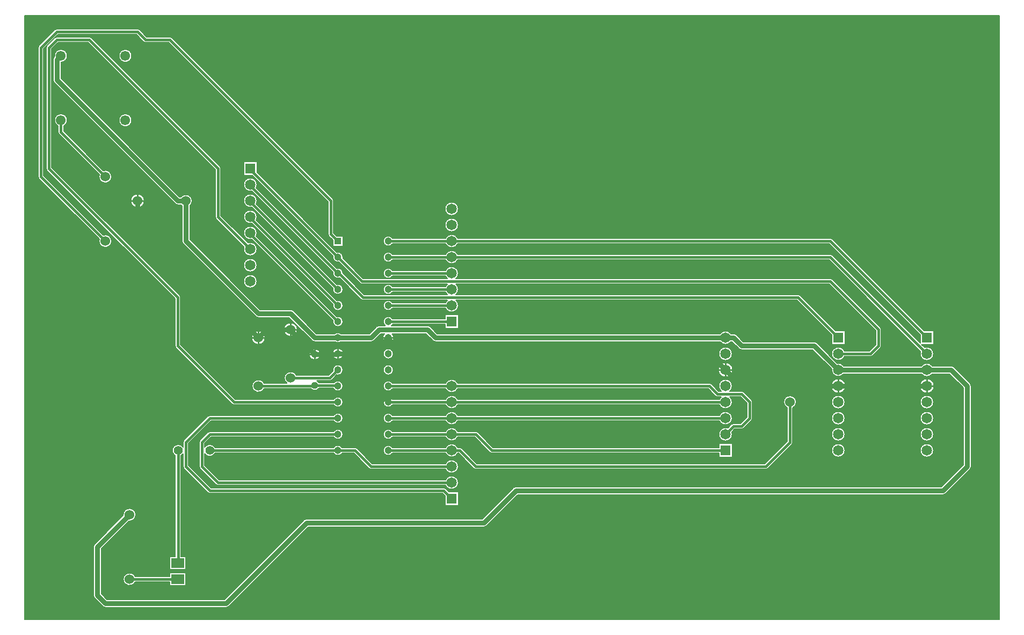
<source format=gbr>
G04 EasyPC Gerber Version 21.0.3 Build 4286 *
G04 #@! TF.Part,Single*
G04 #@! TF.FileFunction,Copper,L1,Bot *
G04 #@! TF.FilePolarity,Positive *
%FSLAX35Y35*%
%MOIN*%
G04 #@! TA.AperFunction,ComponentPad*
%ADD13R,0.04461X0.04461*%
%ADD70R,0.06496X0.06496*%
G04 #@! TD.AperFunction*
%ADD11C,0.00500*%
%ADD12C,0.01000*%
%ADD21C,0.01575*%
%ADD20C,0.03150*%
G04 #@! TA.AperFunction,ComponentPad*
%ADD16C,0.04449*%
%ADD14C,0.04461*%
%ADD18C,0.05551*%
%ADD15C,0.06000*%
%ADD17C,0.06102*%
%ADD19R,0.08000X0.06000*%
%ADD71C,0.06496*%
X0Y0D02*
D02*
D11*
X11707Y383596D02*
Y8596D01*
X616707*
Y383596*
X11707*
X205357Y246778D02*
X209262D01*
Y240415*
X202900*
Y244320*
X200480Y246741*
G75*
G02X199969Y247970I1227J1230*
G01*
Y267877*
X100987Y366859*
X86707*
G75*
G02X85477Y367369J1737*
G01*
X80987Y371859*
X32426*
X23444Y362877*
Y284316*
X60427Y247333*
G75*
G02X65657Y243596I1280J-3737*
G01*
G75*
G02X57757I-3950*
G01*
G75*
G02X57970Y244876I3950J0*
G01*
X20480Y282367*
G75*
G02X19969Y283596I1227J1230*
G01*
Y363596*
G75*
G02X20480Y364826I1737*
G01*
X30477Y374824*
G75*
G02X31707Y375334I1230J-1227*
G01*
X81707*
G75*
G02X82937Y374824J-1737*
G01*
X87426Y370334*
X101707*
G75*
G02X102937Y369824J-1737*
G01*
X202934Y269826*
G75*
G02X203444Y268596I-1227J-1230*
G01*
Y248690*
X205357Y246778*
X205426Y196709D02*
G75*
G02X209261Y193596I655J-3112D01*
G01*
G75*
G02X206081Y190416I-3180*
G01*
G75*
G02X202969Y194252I0J3181*
G01*
X152702Y244518*
G75*
G02X147509Y248596I-995J4078*
G01*
G75*
G02X155905I4198*
G01*
G75*
G02X155446Y246688I-4198*
G01*
X205426Y196709*
Y206709D02*
G75*
G02X209261Y203596I655J-3112D01*
G01*
G75*
G02X206081Y200416I-3180*
G01*
G75*
G02X202969Y204252I0J3181*
G01*
X152702Y254518*
G75*
G02X147509Y258596I-995J4078*
G01*
G75*
G02X155905I4198*
G01*
G75*
G02X155446Y256688I-4198*
G01*
X205426Y206709*
Y216709D02*
G75*
G02X209261Y213596I655J-3112D01*
G01*
G75*
G02X202900I-3180*
G01*
G75*
G02X202969Y214252I3181J0*
G01*
X152702Y264518*
G75*
G02X147509Y268596I-995J4078*
G01*
G75*
G02X155905I4198*
G01*
G75*
G02X155446Y266688I-4198*
G01*
X205426Y216709*
X542934Y189826D02*
G75*
G02X543444Y188596I-1227J-1230D01*
G01*
Y178596*
G75*
G02X542934Y177367I-1737*
G01*
X537937Y172369*
G75*
G02X536707Y171859I-1230J1227*
G01*
X520528*
G75*
G02X512509Y173596I-3822J1737*
G01*
G75*
G02X520528Y175334I4198*
G01*
X535987*
X539969Y179316*
Y187877*
X510987Y216859*
X279348*
G75*
G02Y210334I-2642J-3263*
G01*
X491707*
G75*
G02X492937Y209824J-1737*
G01*
X514967Y187793*
X520904*
Y179400*
X512510*
Y185336*
X490987Y206859*
X279348*
G75*
G02X280905Y203596I-2642J-3263*
G01*
G75*
G02X272885Y201859I-4198*
G01*
X239996*
G75*
G02X234152Y203596I-2664J1737*
G01*
G75*
G02X239996Y205334I3180*
G01*
X272885*
G75*
G02X274065Y206859I3822J-1737*
G01*
X221707*
G75*
G02X220477Y207369J1737*
G01*
X207219Y220627*
G75*
G02X202969Y224252I-1138J2970*
G01*
X152702Y274518*
G75*
G02X147509Y278596I-995J4078*
G01*
G75*
G02X155905I4198*
G01*
G75*
G02X155446Y276688I-4198*
G01*
X205426Y226709*
G75*
G02X209261Y223596I655J-3112*
G01*
G75*
G02X209259Y223501I-3176J4*
G01*
X222426Y210334*
X274065*
G75*
G02X272885Y211859I2642J3263*
G01*
X239996*
G75*
G02X234152Y213596I-2664J1737*
G01*
G75*
G02X239996Y215334I3180*
G01*
X272885*
G75*
G02X274065Y216859I3822J-1737*
G01*
X221081*
G75*
G02X219851Y217369J1737*
G01*
X206736Y230484*
G75*
G02X202969Y234252I-655J3113*
G01*
X152820Y284400*
X147510*
Y292793*
X155904*
Y286231*
X205426Y236709*
G75*
G02X209193Y232941I655J-3113*
G01*
X221800Y220334*
X274065*
G75*
G02X272885Y221859I2642J3263*
G01*
X239996*
G75*
G02X234152Y223596I-2664J1737*
G01*
G75*
G02X239996Y225334I3180*
G01*
X272885*
G75*
G02X280905Y223596I3822J-1737*
G01*
G75*
G02X279348Y220334I-4198*
G01*
X511707*
G75*
G02X512937Y219824J-1737*
G01*
X542934Y189826*
X599231Y153596D02*
G75*
G02Y153593I-806J-2D01*
G01*
Y103600*
G75*
G02Y103597I-806J-1*
G01*
G75*
G02Y103596I-694J0*
G01*
G75*
G02X598492Y101811I-2525*
G01*
X583492Y86811*
G75*
G02X581703Y86072I-1785J1786*
G01*
X317752*
X298492Y66811*
G75*
G02X296703Y66072I-1785J1786*
G01*
X187752*
X138492Y16811*
G75*
G02X136703Y16072I-1785J1786*
G01*
X61710*
G75*
G02X59921Y16811I-4J2525*
G01*
X54921Y21811*
G75*
G02X54182Y23596I1785J1785*
G01*
G75*
G02Y23597I694J0*
G01*
G75*
G02Y23600I806J2*
G01*
Y53593*
G75*
G02Y53596I806J2*
G01*
G75*
G02X54921Y55382I2525J1*
G01*
X72773Y73234*
G75*
G02X72757Y73596I3933J361*
G01*
G75*
G02X80657I3950*
G01*
G75*
G02X76344Y69663I-3950*
G01*
X59231Y52551*
Y24642*
X62752Y21121*
X135661*
X184921Y70382*
G75*
G02X186710Y71121I1785J-1786*
G01*
X295661*
X314921Y90382*
G75*
G02X316710Y91121I1785J-1786*
G01*
X580661*
X594182Y104642*
Y152551*
X585661Y161072*
X575061*
G75*
G02X568353I-3354J2525*
G01*
X520061*
G75*
G02X512509Y163596I-3354J2525*
G01*
G75*
G02X512550Y164183I4198J-2*
G01*
X500661Y176072*
X456710*
G75*
G02X454921Y176811I-4J2525*
G01*
X450661Y181072*
X450061*
G75*
G02X443353I-3354J2525*
G01*
X266710*
G75*
G02X264921Y181811I-4J2525*
G01*
X260661Y186072*
X239779*
G75*
G02X237333Y180116I-2446J-2475*
G01*
G75*
G02X234886Y186072J3480*
G01*
X232752*
X228492Y181811*
G75*
G02X226703Y181072I-1785J1786*
G01*
X208015*
G75*
G02X204147I-1934J2525*
G01*
X191710*
G75*
G02X189921Y181811I-4J2525*
G01*
X175661Y196072*
X156710*
G75*
G02X154921Y196811I-4J2525*
G01*
X109921Y241811*
G75*
G02X109182Y243596I1785J1785*
G01*
G75*
G02Y243597I694J0*
G01*
G75*
G02Y243600I806J2*
G01*
Y265559*
G75*
G02X108669Y266072I2525J3038*
G01*
X106710*
G75*
G02X104921Y266811I-4J2525*
G01*
X29921Y341811*
G75*
G02X29182Y343596I1785J1785*
G01*
G75*
G02Y343597I694J0*
G01*
G75*
G02Y343600I806J2*
G01*
Y356152*
G75*
G02Y356155I806J2*
G01*
G75*
G02Y356156I694J0*
G01*
G75*
G02X29921Y357941I2525J0*
G01*
X30167Y358187*
G75*
G02X30146Y358596I3980J408*
G01*
G75*
G02X38149I4001*
G01*
G75*
G02X34231Y354596I-4001*
G01*
Y344642*
X107752Y271121*
X108669*
G75*
G02X115657Y268596I3038J-2525*
G01*
G75*
G02X114231Y265559I-3950*
G01*
Y244642*
X157752Y201121*
X176703*
G75*
G02X178492Y200382I4J-2525*
G01*
X192752Y186121*
X204147*
G75*
G02X208015I1934J-2525*
G01*
X225661*
X229921Y190382*
G75*
G02X231710Y191121I1785J-1786*
G01*
X235336*
G75*
G02X237333Y196777I1997J2475*
G01*
G75*
G02X239996Y195334J-3180*
G01*
X272510*
Y197793*
X280904*
Y189400*
X272510*
Y191859*
X239996*
G75*
G02X239330Y191121I-2664J1738*
G01*
X261703*
G75*
G02X263492Y190382I4J-2525*
G01*
X267752Y186121*
X443353*
G75*
G02X450061I3354J-2525*
G01*
X451703*
G75*
G02X453492Y185382I4J-2525*
G01*
X457752Y181121*
X501703*
G75*
G02X503492Y180382I4J-2525*
G01*
X516120Y167754*
G75*
G02X520061Y166121I586J-4157*
G01*
X568353*
G75*
G02X575061I3354J-2525*
G01*
X586703*
G75*
G02X588492Y165382I4J-2525*
G01*
X598492Y155382*
G75*
G02X599231Y153596I-1785J-1785*
G01*
X101758Y37545D02*
X111656D01*
Y29648*
X101758*
Y31859*
X80254*
G75*
G02X72757Y33596I-3547J1737*
G01*
G75*
G02X80254Y35334I3950*
G01*
X101758*
Y37545*
X567209Y153596D02*
G75*
G02X576205I4498D01*
G01*
G75*
G02X567209I-4498*
G01*
X567509Y113596D02*
G75*
G02X575905I4198D01*
G01*
G75*
G02X567509I-4198*
G01*
Y123596D02*
G75*
G02X575905I4198D01*
G01*
G75*
G02X567509I-4198*
G01*
Y133596D02*
G75*
G02X575905I4198D01*
G01*
G75*
G02X567509I-4198*
G01*
Y143596D02*
G75*
G02X575905I4198D01*
G01*
G75*
G02X567509I-4198*
G01*
X512209Y153596D02*
G75*
G02X521205I4498D01*
G01*
G75*
G02X512209I-4498*
G01*
X512509Y113596D02*
G75*
G02X520905I4198D01*
G01*
G75*
G02X512509I-4198*
G01*
Y123596D02*
G75*
G02X520905I4198D01*
G01*
G75*
G02X512509I-4198*
G01*
Y133596D02*
G75*
G02X520905I4198D01*
G01*
G75*
G02X512509I-4198*
G01*
Y143596D02*
G75*
G02X520905I4198D01*
G01*
G75*
G02X512509I-4198*
G01*
X482757D02*
G75*
G02X490657I3950D01*
G01*
G75*
G02X488444Y140049I-3950*
G01*
Y118596*
G75*
G02X487934Y117367I-1737*
G01*
X472937Y102369*
G75*
G02X471707Y101859I-1230J1227*
G01*
X291707*
G75*
G02X290477Y102369J1737*
G01*
X280987Y111859*
X280528*
G75*
G02X272885I-3822J1737*
G01*
X239996*
G75*
G02X234152Y113596I-2664J1737*
G01*
G75*
G02X239996Y115334I3180*
G01*
X272885*
G75*
G02X280528I3822J-1737*
G01*
X281707*
G75*
G02X282937Y114824J-1737*
G01*
X292426Y105334*
X470987*
X484969Y119316*
Y140049*
G75*
G02X482757Y143596I1737J3547*
G01*
X442209Y163596D02*
G75*
G02X451205I4498D01*
G01*
G75*
G02X442209I-4498*
G01*
X462934Y144826D02*
G75*
G02X463444Y143596I-1227J-1230D01*
G01*
Y133596*
G75*
G02X462934Y132367I-1737*
G01*
X457937Y127369*
G75*
G02X456707Y126859I-1230J1227*
G01*
X452426*
X450637Y125070*
G75*
G02X450905Y123596I-3930J-1474*
G01*
G75*
G02X442509I-4198*
G01*
G75*
G02X448180Y127527I4198*
G01*
X450477Y129824*
G75*
G02X451707Y130334I1230J-1227*
G01*
X455987*
X459969Y134316*
Y142877*
X455987Y146859*
X449348*
G75*
G02X450905Y143596I-2642J-3263*
G01*
G75*
G02X442885Y141859I-4198*
G01*
X280528*
G75*
G02X272885I-3822J1737*
G01*
X239996*
G75*
G02X234152Y143596I-2664J1737*
G01*
G75*
G02X239996Y145334I3180*
G01*
X272885*
G75*
G02X280528I3822J-1737*
G01*
X442885*
G75*
G02X444065Y146859I3822J-1737*
G01*
X441707*
G75*
G02X440477Y147369J1737*
G01*
X435987Y151859*
X280528*
G75*
G02X272885I-3822J1737*
G01*
X239996*
G75*
G02X234152Y153596I-2664J1737*
G01*
G75*
G02X239996Y155334I3180*
G01*
X272885*
G75*
G02X280528I3822J-1737*
G01*
X436707*
G75*
G02X437937Y154824J-1737*
G01*
X442426Y150334*
X444065*
G75*
G02X442509Y153596I2642J3263*
G01*
G75*
G02X450905I4198*
G01*
G75*
G02X449348Y150334I-4198*
G01*
X456707*
G75*
G02X457937Y149824J-1737*
G01*
X462934Y144826*
X442509Y173596D02*
G75*
G02X450905I4198D01*
G01*
G75*
G02X442509I-4198*
G01*
X442510Y117793D02*
X450904D01*
Y109400*
X442510*
Y111859*
X301707*
G75*
G02X300477Y112369J1737*
G01*
X290987Y121859*
X280528*
G75*
G02X272885I-3822J1737*
G01*
X239996*
G75*
G02X234152Y123596I-2664J1737*
G01*
G75*
G02X239996Y125334I3180*
G01*
X272885*
G75*
G02X280528I3822J-1737*
G01*
X291707*
G75*
G02X292937Y124824J-1737*
G01*
X302426Y115334*
X442510*
Y117793*
X442885Y135334D02*
G75*
G02X450905Y133596I3822J-1737D01*
G01*
G75*
G02X442885Y131859I-4198*
G01*
X280528*
G75*
G02X272885I-3822J1737*
G01*
X239996*
G75*
G02X234152Y133596I-2664J1737*
G01*
G75*
G02X239996Y135334I3180*
G01*
X272885*
G75*
G02X280528I3822J-1737*
G01*
X442885*
X237333Y166777D02*
G75*
G02X240513Y163596J-3180D01*
G01*
G75*
G02X237333Y160416I-3180*
G01*
G75*
G02X234152Y163596J3180*
G01*
G75*
G02X237333Y166777I3180*
G01*
Y176777D02*
G75*
G02X240513Y173596J-3180D01*
G01*
G75*
G02X237333Y170416I-3180*
G01*
G75*
G02X234152Y173596J3180*
G01*
G75*
G02X237333Y176777I3180*
G01*
X202600Y173596D02*
G75*
G02X209561I3480D01*
G01*
G75*
G02X202600I-3480*
G01*
X206081Y166777D02*
G75*
G02Y160416J-3180D01*
G01*
G75*
G02X205426Y160484I0J3181*
G01*
X202311Y157369*
G75*
G02X201081Y156859I-1230J1227*
G01*
X193065*
G75*
G02X194363Y155728I-1359J-2869*
G01*
X203720*
G75*
G02X209261Y153596I2361J-2131*
G01*
G75*
G02X203198Y152253I-3180*
G01*
X194363*
G75*
G02X189354Y151859I-2657J1737*
G01*
X160254*
G75*
G02X152757Y153596I-3547J1737*
G01*
G75*
G02X160254Y155334I3950*
G01*
X174480*
G75*
G02X172757Y158596I2227J3263*
G01*
G75*
G02X180254Y160334I3950*
G01*
X200361*
X202969Y162941*
G75*
G02X206081Y166777I3112J655*
G01*
X188232Y173203D02*
G75*
G02X195181I3474D01*
G01*
G75*
G02X188232I-3474*
G01*
X172457Y188596D02*
G75*
G02X180957I4250D01*
G01*
G75*
G02X172457I-4250*
G01*
X152457Y183596D02*
G75*
G02X160957I4250D01*
G01*
G75*
G02X152457I-4250*
G01*
X60427Y287333D02*
G75*
G02X65657Y283596I1280J-3737D01*
G01*
G75*
G02X57757I-3950*
G01*
G75*
G02X57970Y284876I3950J0*
G01*
X32920Y309926*
G75*
G02X32410Y311156I1227J1230*
G01*
Y314992*
G75*
G02X30146Y318596I1737J3604*
G01*
G75*
G02X38149I4001*
G01*
G75*
G02X35885Y314992I-4001*
G01*
Y311875*
X60427Y287333*
X77457Y268596D02*
G75*
G02X85957I4250D01*
G01*
G75*
G02X77457I-4250*
G01*
X70146Y358596D02*
G75*
G02X78149I4001D01*
G01*
G75*
G02X70146I-4001*
G01*
X203417Y145334D02*
G75*
G02X209261Y143596I2664J-1737D01*
G01*
G75*
G02X203417Y141859I-3180*
G01*
X141707*
G75*
G02X140477Y142369J1737*
G01*
X105480Y177367*
G75*
G02X104969Y178596I1227J1230*
G01*
Y207877*
X25480Y287367*
G75*
G02X24969Y288596I1227J1230*
G01*
Y363596*
G75*
G02X25480Y364826I1737*
G01*
X30477Y369824*
G75*
G02X31707Y370334I1230J-1227*
G01*
X51707*
G75*
G02X52937Y369824J-1737*
G01*
X132934Y289826*
G75*
G02X133444Y288596I-1227J-1230*
G01*
Y259316*
X150233Y242527*
G75*
G02X155905Y238596I1474J-3931*
G01*
G75*
G02X147509I-4198*
G01*
G75*
G02X147776Y240070I4198J0*
G01*
X130480Y257367*
G75*
G02X129969Y258596I1227J1230*
G01*
Y287877*
X50987Y366859*
X32426*
X28444Y362877*
Y289316*
X107934Y209826*
G75*
G02X108444Y208596I-1227J-1230*
G01*
Y179316*
X142426Y145334*
X203417*
X147509Y218596D02*
G75*
G02X155905I4198D01*
G01*
G75*
G02X147509I-4198*
G01*
Y228596D02*
G75*
G02X155905I4198D01*
G01*
G75*
G02X147509I-4198*
G01*
X70146Y318596D02*
G75*
G02X78149I4001D01*
G01*
G75*
G02X70146I-4001*
G01*
X274967Y87793D02*
X280904D01*
Y79400*
X272510*
Y85336*
X270987Y86859*
X126707*
G75*
G02X125477Y87369J1737*
G01*
X110480Y102367*
G75*
G02X109969Y103596I1227J1230*
G01*
Y111538*
G75*
G02X108602Y110301I-3105J2059*
G01*
Y47545*
X111656*
Y39648*
X101758*
Y47545*
X105127*
Y110301*
G75*
G02X106864Y117322I1737J3296*
G01*
G75*
G02X109969Y115655J-3726*
G01*
Y118596*
G75*
G02X110480Y119826I1737*
G01*
X125477Y134824*
G75*
G02X126707Y135334I1230J-1227*
G01*
X203417*
G75*
G02X209261Y133596I2664J-1737*
G01*
G75*
G02X203417Y131859I-3180*
G01*
X127426*
X113444Y117877*
Y104316*
X127426Y90334*
X271707*
G75*
G02X272937Y89824J-1737*
G01*
X274967Y87793*
X272885Y105334D02*
G75*
G02X280905Y103596I3822J-1737D01*
G01*
G75*
G02X272885Y101859I-4198*
G01*
X226707*
G75*
G02X225477Y102369J1737*
G01*
X215987Y111859*
X208744*
G75*
G02X203417I-2664J1737*
G01*
X129845*
G75*
G02X123444Y111538I-3296J1737*
G01*
Y104316*
X132426Y95334*
X272885*
G75*
G02X280905Y93596I3822J-1737*
G01*
G75*
G02X272885Y91859I-4198*
G01*
X131707*
G75*
G02X130477Y92369J1737*
G01*
X120480Y102367*
G75*
G02X119969Y103596I1227J1230*
G01*
Y118596*
G75*
G02X120480Y119826I1737*
G01*
X125477Y124824*
G75*
G02X126707Y125334I1230J-1227*
G01*
X203417*
G75*
G02X209261Y123596I2664J-1737*
G01*
G75*
G02X203417Y121859I-3180*
G01*
X127426*
X123444Y117877*
Y115655*
G75*
G02X129845Y115334I3105J-2059*
G01*
X203417*
G75*
G02X208744I2664J-1737*
G01*
X216707*
G75*
G02X217937Y114824J-1737*
G01*
X227426Y105334*
X272885*
X570233Y177527D02*
G75*
G02X575905Y173596I1474J-3931D01*
G01*
G75*
G02X567509I-4198*
G01*
G75*
G02X567776Y175070I4198J0*
G01*
X510987Y231859*
X280528*
G75*
G02X272885I-3822J1737*
G01*
X239996*
G75*
G02X234152Y233596I-2664J1737*
G01*
G75*
G02X239996Y235334I3180*
G01*
X272885*
G75*
G02X280528I3822J-1737*
G01*
X511707*
G75*
G02X512937Y234824J-1737*
G01*
X567510Y180250*
Y185336*
X510987Y241859*
X280528*
G75*
G02X272885I-3822J1737*
G01*
X239996*
G75*
G02X234152Y243596I-2664J1737*
G01*
G75*
G02X239996Y245334I3180*
G01*
X272885*
G75*
G02X280528I3822J-1737*
G01*
X511707*
G75*
G02X512937Y244824J-1737*
G01*
X569967Y187793*
X575904*
Y179400*
X568361*
X570233Y177527*
X272509Y253596D02*
G75*
G02X280905I4198D01*
G01*
G75*
G02X272509I-4198*
G01*
Y263596D02*
G75*
G02X280905I4198D01*
G01*
G75*
G02X272509I-4198*
G01*
X155278Y33596D02*
G36*
X138492Y16811D01*
G75*
G02X136703Y16072I-1785J1785*
G01*
X61710*
G75*
G02X59921Y16811I-4J2524*
G01*
X54921Y21811*
G75*
G02X54182Y23596I1786J1785*
G01*
Y23597*
Y23600*
Y33596*
X11957*
Y8846*
X616457*
Y33596*
X155278*
G37*
X148136D02*
G36*
X111656D01*
Y29648*
X101758*
Y31859*
X80254*
G75*
G02X72757Y33596I-3547J1737*
G01*
X59231*
Y24642*
X62752Y21121*
X135661*
X148136Y33596*
G37*
X594182Y113596D02*
G36*
X575905D01*
G75*
G02X567509I-4198*
G01*
X520905*
G75*
G02X512509I-4198*
G01*
X484164*
X472937Y102369*
G75*
G02X471707Y101859I-1230J1228*
G01*
X291707*
G75*
G02X290477Y102369I0J1738*
G01*
X280987Y111859*
X280528*
G75*
G02X272885I-3822J1737*
G01*
X239996*
G75*
G02X234152Y113596I-2664J1737*
G01*
X219164*
X227426Y105334*
X272885*
G75*
G02X280905Y103596I3822J-1737*
G01*
G75*
G02X272885Y101859I-4198*
G01*
X226707*
G75*
G02X225477Y102369I0J1738*
G01*
X215987Y111859*
X208744*
G75*
G02X203417I-2664J1737*
G01*
X129845*
G75*
G02X123444Y111538I-3296J1737*
G01*
Y104316*
X132426Y95334*
X272885*
G75*
G02X280905Y93596I3822J-1737*
G01*
G75*
G02X272885Y91859I-4198*
G01*
X131707*
G75*
G02X130477Y92369I0J1738*
G01*
X120480Y102367*
G75*
G02X119969Y103596I1228J1230*
G01*
Y113596*
X113444*
Y104316*
X127426Y90334*
X271707*
G75*
G02X272937Y89824I0J-1738*
G01*
X274967Y87793*
X280904*
Y79400*
X272510*
Y85336*
X270987Y86859*
X126707*
G75*
G02X125477Y87369I0J1738*
G01*
X110480Y102367*
G75*
G02X109969Y103596I1228J1230*
G01*
Y111538*
G75*
G02X108602Y110301I-3110J2064*
G01*
Y47545*
X111656*
Y39648*
X101758*
Y47545*
X105127*
Y110301*
G75*
G02X103139Y113596I1737J3296*
G01*
X11957*
Y33596*
X54182*
Y53593*
Y53596*
Y53596*
G75*
G02X54921Y55382I2526*
G01*
X72773Y73234*
G75*
G02X72757Y73588I3786J354*
G01*
G75*
G02Y73596I3790J4*
G01*
G75*
G02X80657I3950*
G01*
G75*
G02X76344Y69663I-3950*
G01*
X59231Y52551*
Y33596*
X72757*
G75*
G02X80254Y35334I3950*
G01*
X101758*
Y37545*
X111656*
Y33596*
X148136*
X184921Y70382*
G75*
G02X186710Y71121I1785J-1785*
G01*
X295661*
X314921Y90382*
G75*
G02X316710Y91121I1785J-1785*
G01*
X580661*
X594182Y104642*
Y113596*
G37*
X479250D02*
G36*
X450904D01*
Y109400*
X442510*
Y111859*
X301707*
G75*
G02X300477Y112369I0J1738*
G01*
X299250Y113596*
X284164*
X292426Y105334*
X470987*
X479250Y113596*
G37*
X599231D02*
G36*
Y103600D01*
Y103597*
Y103596*
G75*
G02X598492Y101811I-2526*
G01*
X583492Y86811*
G75*
G02X581703Y86072I-1785J1785*
G01*
X317752*
X298492Y66811*
G75*
G02X296703Y66072I-1785J1785*
G01*
X187752*
X155278Y33596*
X616457*
Y113596*
X599231*
G37*
X114250Y123596D02*
G36*
X11957D01*
Y113596*
X103139*
G75*
G02X106864Y117322I3726*
G01*
G75*
G02X109969Y115655I1J-3724*
G01*
Y118596*
G75*
G02X110480Y119826I1738J0*
G01*
X114250Y123596*
G37*
X119969Y113596D02*
G36*
Y118596D01*
G75*
G02X120480Y119826I1738J0*
G01*
X124250Y123596*
X119164*
X113444Y117877*
Y113596*
X119969*
G37*
X299250D02*
G36*
X290987Y121859D01*
X280528*
G75*
G02X272885I-3822J1737*
G01*
X239996*
G75*
G02X234152Y123596I-2664J1737*
G01*
X209261*
G75*
G02X203417Y121859I-3180*
G01*
X127426*
X123444Y117877*
Y115655*
G75*
G02X129845Y115334I3105J-2059*
G01*
X203417*
G75*
G02X208744I2664J-1737*
G01*
X216707*
G75*
G02X217937Y114824I0J-1738*
G01*
X219164Y113596*
X234152*
G75*
G02X239996Y115334I3180*
G01*
X272885*
G75*
G02X280528I3822J-1737*
G01*
X281707*
G75*
G02X282937Y114824I0J-1738*
G01*
X284164Y113596*
X299250*
G37*
X484969Y123596D02*
G36*
X450905D01*
G75*
G02X442509I-4198*
G01*
X294164*
X302426Y115334*
X442510*
Y117793*
X450904*
Y113596*
X479250*
X484969Y119316*
Y123596*
G37*
X594182D02*
G36*
X575905D01*
G75*
G02X567509I-4198*
G01*
X520905*
G75*
G02X512509I-4198*
G01*
X488444*
Y118596*
G75*
G02X487934Y117367I-1738J0*
G01*
X484164Y113596*
X512509*
G75*
G02X520905I4198*
G01*
X567509*
G75*
G02X575905I4198*
G01*
X594182*
Y123596*
G37*
X599231D02*
G36*
Y113596D01*
X616457*
Y123596*
X599231*
G37*
X124250Y133596D02*
G36*
X11957D01*
Y123596*
X114250*
X124250Y133596*
G37*
X459250D02*
G36*
X450905D01*
G75*
G02X442885Y131859I-4198*
G01*
X280528*
G75*
G02X272885I-3822J1737*
G01*
X239996*
G75*
G02X234152Y133596I-2664J1737*
G01*
X209261*
G75*
G02X203417Y131859I-3180*
G01*
X127426*
X119164Y123596*
X124250*
X125477Y124824*
G75*
G02X126707Y125334I1230J-1228*
G01*
X203417*
G75*
G02X209261Y123596I2664J-1737*
G01*
X234152*
G75*
G02X239996Y125334I3180*
G01*
X272885*
G75*
G02X280528I3822J-1737*
G01*
X291707*
G75*
G02X292937Y124824I0J-1738*
G01*
X294164Y123596*
X442509*
G75*
G02X448180Y127527I4198*
G01*
X450477Y129824*
G75*
G02X451707Y130334I1230J-1228*
G01*
X455987*
X459250Y133596*
G37*
X594182D02*
G36*
X575905D01*
G75*
G02X567509I-4198*
G01*
X520905*
G75*
G02X512509I-4198*
G01*
X488444*
Y123596*
X512509*
G75*
G02X520905I4198*
G01*
X567509*
G75*
G02X575905I4198*
G01*
X594182*
Y133596*
G37*
X484969D02*
G36*
X463444D01*
G75*
G02X462934Y132367I-1738J0*
G01*
X457937Y127369*
G75*
G02X456707Y126859I-1230J1228*
G01*
X452426*
X450637Y125070*
G75*
G02X450905Y123597I-3926J-1473*
G01*
Y123596*
X484969*
Y133596*
G37*
X599231D02*
G36*
Y123596D01*
X616457*
Y133596*
X599231*
G37*
X459250Y143596D02*
G36*
X450905D01*
G75*
G02X442885Y141859I-4198*
G01*
X280528*
G75*
G02X272885I-3822J1737*
G01*
X239996*
G75*
G02X234152Y143596I-2664J1737*
G01*
X209261*
G75*
G02X203417Y141859I-3180*
G01*
X141707*
G75*
G02X140477Y142369I0J1738*
G01*
X139250Y143596*
X11957*
Y133596*
X124250*
X125477Y134824*
G75*
G02X126707Y135334I1230J-1228*
G01*
X203417*
G75*
G02X209261Y133596I2664J-1737*
G01*
X234152*
G75*
G02X239996Y135334I3180*
G01*
X272885*
G75*
G02X280528I3822J-1737*
G01*
X442885*
G75*
G02X450905Y133596I3822J-1737*
G01*
X459250*
X459969Y134316*
Y142877*
X459250Y143596*
G37*
X594182D02*
G36*
X575905D01*
G75*
G02X567509I-4198*
G01*
X520905*
G75*
G02X512509I-4198*
G01*
X490657*
G75*
G02X488444Y140049I-3950J0*
G01*
Y133596*
X512509*
G75*
G02X520905I4198*
G01*
X567509*
G75*
G02X575905I4198*
G01*
X594182*
Y143596*
G37*
X482757D02*
G36*
X463444D01*
Y133596*
X484969*
Y140049*
G75*
G02X482757Y143596I1737J3547*
G01*
Y143596*
G37*
X599231D02*
G36*
Y133596D01*
X616457*
Y143596*
X599231*
G37*
X139250D02*
G36*
X129250Y153596D01*
X11957*
Y143596*
X139250*
G37*
X234152D02*
G36*
G75*
G02X239996Y145334I3180D01*
G01*
X272885*
G75*
G02X280528I3822J-1737*
G01*
X442885*
G75*
G02X444065Y146859I3824J-1739*
G01*
X441707*
G75*
G02X440477Y147369I0J1738*
G01*
X435987Y151859*
X280528*
G75*
G02X272885I-3822J1737*
G01*
X239996*
G75*
G02X234152Y153596I-2664J1737*
G01*
X209261*
G75*
G02X203198Y152253I-3180*
G01*
X194363*
G75*
G02X189354Y151859I-2657J1737*
G01*
X160254*
G75*
G02X152757Y153596I-3547J1737*
G01*
X134164*
X142426Y145334*
X203417*
G75*
G02X209261Y143596I2664J-1737*
G01*
X234152*
G37*
X593136Y153596D02*
G36*
X576205D01*
G75*
G02X567209I-4498*
G01*
X521205*
G75*
G02X512209I-4498*
G01*
X450905*
G75*
G02X449348Y150334I-4198*
G01*
X456707*
G75*
G02X457937Y149824I0J-1738*
G01*
X462934Y144826*
G75*
G02X463444Y143596I-1228J-1230*
G01*
X482757*
G75*
G02X490657I3950*
G01*
X512509*
G75*
G02X520905I4198*
G01*
X567509*
G75*
G02X575905I4198*
G01*
X594182*
Y152551*
X593136Y153596*
G37*
X442509D02*
G36*
X439164D01*
X442426Y150334*
X444065*
G75*
G02X442509Y153596I2642J3263*
G01*
G37*
X459250Y143596D02*
G36*
X455987Y146859D01*
X449348*
G75*
G02X450905Y143596I-2642J-3263*
G01*
X459250*
G37*
X599231Y153596D02*
G36*
Y153596D01*
Y153593*
Y143596*
X616457*
Y153596*
X599231*
G37*
X129250D02*
G36*
X119250Y163596D01*
X11957*
Y153596*
X129250*
G37*
X202900Y163596D02*
G36*
X124164D01*
X134164Y153596*
X152757*
G75*
G02X160254Y155334I3950*
G01*
X174480*
G75*
G02X172757Y158596I2226J3262*
G01*
Y158596*
G75*
G02X180254Y160334I3950*
G01*
X200361*
X202969Y162941*
G75*
G02X202900Y163596I3112J655*
G01*
G37*
X593136Y153596D02*
G36*
X585661Y161072D01*
X575061*
G75*
G02X568353I-3354J2525*
G01*
X520061*
G75*
G02X512509Y163596I-3354J2525*
G01*
X451205*
G75*
G02X442209I-4498*
G01*
X240513*
G75*
G02X237333Y160416I-3180*
G01*
G75*
G02X234152Y163596J3180*
G01*
X209261*
G75*
G02X206081Y160416I-3180*
G01*
G75*
G02X205426Y160484I-2J3162*
G01*
X202311Y157369*
G75*
G02X201081Y156859I-1230J1228*
G01*
X193065*
G75*
G02X194363Y155728I-1358J-2869*
G01*
X203720*
G75*
G02X209261Y153597I2361J-2131*
G01*
Y153596*
X234152*
G75*
G02X239996Y155334I3180*
G01*
X272885*
G75*
G02X280528I3822J-1737*
G01*
X436707*
G75*
G02X437937Y154824I0J-1738*
G01*
X439164Y153596*
X442509*
G75*
G02X450905I4198*
G01*
X512209*
G75*
G02X521205I4498*
G01*
X567209*
G75*
G02X576205I4498*
G01*
X593136*
G37*
X599231D02*
G36*
X616457D01*
Y163596*
X590278*
X598492Y155382*
G75*
G02X599231Y153596I-1786J-1785*
G01*
G37*
X119250Y163596D02*
G36*
X109250Y173596D01*
X11957*
Y163596*
X119250*
G37*
X512509D02*
G36*
G75*
G02Y163599I4049J2D01*
G01*
G75*
G02X512550Y164183I4138*
G01*
X503136Y173596*
X450905*
G75*
G02X442509I-4198*
G01*
X240513*
G75*
G02X237333Y170416I-3180*
G01*
G75*
G02X234152Y173596J3180*
G01*
X209561*
G75*
G02X202600I-3480*
G01*
X195159*
G75*
G02X195181Y173203I-3452J-394*
G01*
G75*
G02X188232I-3474*
G01*
G75*
G02X188255Y173596I3475J0*
G01*
X114164*
X124164Y163596*
X202900*
G75*
G02X206081Y166777I3180*
G01*
G75*
G02X209261Y163596J-3180*
G01*
X234152*
G75*
G02X237333Y166777I3180*
G01*
G75*
G02X240513Y163596J-3180*
G01*
X442209*
G75*
G02X451205I4498*
G01*
X512509*
G37*
X590278D02*
G36*
X616457D01*
Y173596*
X575905*
G75*
G02X567509I-4198*
G01*
X539164*
X537937Y172369*
G75*
G02X536707Y171859I-1230J1228*
G01*
X520528*
G75*
G02X512509Y173596I-3822J1737*
G01*
X510278*
X516120Y167754*
G75*
G02X520061Y166121I587J-4156*
G01*
X568353*
G75*
G02X575061I3354J-2525*
G01*
X586703*
G75*
G02X588492Y165382I4J-2524*
G01*
X590278Y163596*
G37*
X109250Y173596D02*
G36*
X105480Y177367D01*
G75*
G02X104969Y178596I1228J1230*
G01*
Y183596*
X11957*
Y173596*
X109250*
G37*
X503136D02*
G36*
X500661Y176072D01*
X456710*
G75*
G02X454921Y176811I-4J2524*
G01*
X450661Y181072*
X450061*
G75*
G02X443353I-3354J2525*
G01*
X266710*
G75*
G02X264921Y181811I-4J2524*
G01*
X263136Y183596*
X240813*
G75*
G02X237333Y180116I-3480*
G01*
G75*
G02X233852Y183596J3480*
G01*
X230278*
X228492Y181811*
G75*
G02X226703Y181072I-1785J1785*
G01*
X208015*
G75*
G02X204147I-1934J2525*
G01*
X191710*
G75*
G02X189921Y181811I-4J2524*
G01*
X188136Y183596*
X160957*
G75*
G02X152457I-4250*
G01*
X108444*
Y179316*
X114164Y173596*
X188255*
G75*
G02X195159I3452J-394*
G01*
X202600*
G75*
G02X209561I3480*
G01*
X234152*
G75*
G02X237333Y176777I3180*
G01*
G75*
G02X240513Y173596J-3180*
G01*
X442509*
G75*
G02X450905I4198*
G01*
X503136*
G37*
X539969Y183596D02*
G36*
X520904D01*
Y179400*
X512510*
Y183596*
X455278*
X457752Y181121*
X501703*
G75*
G02X503492Y180382I4J-2524*
G01*
X510278Y173596*
X512509*
G75*
G02X520528Y175334I4198*
G01*
X535987*
X539969Y179316*
Y183596*
G37*
X567509Y173596D02*
G36*
Y173597D01*
G75*
G02X567776Y175070I4193*
G01*
X559250Y183596*
X543444*
Y178596*
G75*
G02X542934Y177367I-1738J0*
G01*
X539164Y173596*
X567509*
G37*
X567510Y183596D02*
G36*
X564164D01*
X567510Y180250*
Y183596*
G37*
X575905Y173596D02*
G36*
X616457D01*
Y183596*
X575904*
Y179400*
X568361*
X570233Y177527*
G75*
G02X575905Y173596I1474J-3931*
G01*
G37*
X104969Y188596D02*
G36*
X11957D01*
Y183596*
X104969*
Y188596*
G37*
X188136Y183596D02*
G36*
X183136Y188596D01*
X180957*
G75*
G02X172457I-4250*
G01*
X108444*
Y183596*
X152457*
G75*
G02X160957I4250*
G01*
X188136*
G37*
X233852D02*
G36*
G75*
G02X234886Y186072I3480D01*
G01*
X232752*
X230278Y183596*
X233852*
G37*
X263136D02*
G36*
X260661Y186072D01*
X239779*
G75*
G02X240813Y183596I-2446J-2475*
G01*
X263136*
G37*
X228136Y188596D02*
G36*
X190277D01*
X192752Y186121*
X204147*
G75*
G02X208015I1934J-2525*
G01*
X225661*
X228136Y188596*
G37*
X512510Y183596D02*
G36*
Y185336D01*
X509250Y188596*
X265278*
X267752Y186121*
X443353*
G75*
G02X450061I3354J-2525*
G01*
X451703*
G75*
G02X453492Y185382I4J-2524*
G01*
X455278Y183596*
X512510*
G37*
X567510D02*
G36*
Y185336D01*
X564250Y188596*
X559164*
X564164Y183596*
X567510*
G37*
X539250Y188596D02*
G36*
X514164D01*
X514967Y187793*
X520904*
Y183596*
X539969*
Y187877*
X539250Y188596*
G37*
X559250Y183596D02*
G36*
X554250Y188596D01*
X543444*
Y183596*
X559250*
G37*
X575904D02*
G36*
X616457D01*
Y188596*
X569164*
X569967Y187793*
X575904*
Y183596*
G37*
X104969Y188596D02*
G36*
Y207877D01*
X91241Y221605*
X11957*
Y188596*
X104969*
G37*
X183136D02*
G36*
X175661Y196072D01*
X156710*
G75*
G02X154921Y196811I-4J2524*
G01*
X130127Y221605*
X96155*
X107934Y209826*
G75*
G02X108444Y208596I-1228J-1230*
G01*
Y188596*
X172457*
G75*
G02X180957I4250*
G01*
X183136*
G37*
X509250D02*
G36*
X490987Y206859D01*
X279348*
G75*
G02X280905Y203596I-2642J-3263*
G01*
G75*
G02X272885Y201859I-4198*
G01*
X239996*
G75*
G02X234152Y203596I-2664J1737*
G01*
G75*
G02X239996Y205334I3180*
G01*
X272885*
G75*
G02X274065Y206859I3824J-1739*
G01*
X221707*
G75*
G02X220477Y207369I0J1738*
G01*
X207219Y220627*
G75*
G02X203602Y221605I-1138J2970*
G01*
X200529*
X205426Y216709*
G75*
G02X209261Y213596I655J-3112*
G01*
G75*
G02X202900I-3180*
G01*
G75*
G02Y213599I3222J1*
G01*
G75*
G02X202969Y214252I3162*
G01*
X195615Y221605*
X190529*
X205426Y206709*
G75*
G02X209261Y203596I655J-3112*
G01*
G75*
G02X206081Y200416I-3180*
G01*
G75*
G02X202900Y203596J3180*
G01*
G75*
G02X202969Y204252I3180J0*
G01*
X185615Y221605*
X180529*
X205426Y196709*
G75*
G02X209261Y193596I655J-3112*
G01*
G75*
G02X206081Y190416I-3180*
G01*
G75*
G02X202900Y193596J3180*
G01*
G75*
G02X202969Y194252I3180J0*
G01*
X175615Y221605*
X154634*
G75*
G02X155905Y218596I-2928J-3009*
G01*
G75*
G02X147509I-4198*
G01*
G75*
G02X148779Y221605I4198*
G01*
X137269*
X157752Y201121*
X176703*
G75*
G02X178492Y200382I4J-2524*
G01*
X190277Y188596*
X228136*
X229921Y190382*
G75*
G02X231710Y191121I1785J-1785*
G01*
X235336*
G75*
G02X234152Y193596I1997J2475*
G01*
G75*
G02X237333Y196777I3180*
G01*
G75*
G02X239996Y195334J-3181*
G01*
X272510*
Y197793*
X280904*
Y189400*
X272510*
Y191859*
X239996*
G75*
G02X239330Y191121I-2653J1728*
G01*
X261703*
G75*
G02X263492Y190382I4J-2524*
G01*
X265278Y188596*
X509250*
G37*
X215615Y221605D02*
G36*
X211155D01*
X222426Y210334*
X274065*
G75*
G02X272885Y211859I2644J3265*
G01*
X239996*
G75*
G02X234152Y213596I-2664J1737*
G01*
G75*
G02X239996Y215334I3180*
G01*
X272885*
G75*
G02X274065Y216859I3824J-1739*
G01*
X221081*
G75*
G02X219851Y217369I0J1738*
G01*
X215615Y221605*
G37*
X273011D02*
G36*
X239812D01*
G75*
G02X234853I-2480J1991*
G01*
X220529*
X221800Y220334*
X274065*
G75*
G02X273011Y221605I2644J3265*
G01*
G37*
X539250Y188596D02*
G36*
X510987Y216859D01*
X279348*
G75*
G02X280905Y213596I-2642J-3263*
G01*
G75*
G02X279348Y210334I-4198*
G01*
X491707*
G75*
G02X492937Y209824I0J-1738*
G01*
X514164Y188596*
X539250*
G37*
X554250D02*
G36*
X521241Y221605D01*
X280402*
G75*
G02X279348Y220334I-3696J1991*
G01*
X511707*
G75*
G02X512937Y219824I0J-1738*
G01*
X542934Y189826*
G75*
G02X543444Y188596I-1228J-1230*
G01*
X554250*
G37*
X564250D02*
G36*
X531241Y221605D01*
X526155*
X559164Y188596*
X564250*
G37*
X569164D02*
G36*
X616457D01*
Y221605*
X536155*
X569164Y188596*
G37*
X91241Y221605D02*
G36*
X84250Y228596D01*
X11957*
Y221605*
X91241*
G37*
X130127D02*
G36*
X123136Y228596D01*
X89164*
X96155Y221605*
X130127*
G37*
X175615D02*
G36*
X168624Y228596D01*
X155905*
G75*
G02X147509I-4198*
G01*
X130277*
X137269Y221605*
X148779*
G75*
G02X154634I2928J-3009*
G01*
X175615*
G37*
X180529D02*
G36*
X185615D01*
X178624Y228596*
X173538*
X180529Y221605*
G37*
X190529D02*
G36*
X195615D01*
X188624Y228596*
X183538*
X190529Y221605*
G37*
X203602D02*
G36*
G75*
G02X202900Y223597I2480J1993D01*
G01*
G75*
G02X202969Y224252I3180J0*
G01*
X198624Y228596*
X193538*
X200529Y221605*
X203602*
G37*
X211155D02*
G36*
X215615D01*
X208624Y228596*
X203538*
X205426Y226709*
G75*
G02X209261Y223596I655J-3112*
G01*
Y223596*
G75*
G02X209259Y223501I-2884*
G01*
X211155Y221605*
G37*
X521241D02*
G36*
X514250Y228596D01*
X213538*
X220529Y221605*
X234853*
G75*
G02X234152Y223596I2480J1992*
G01*
G75*
G02X239996Y225334I3180*
G01*
X272885*
G75*
G02X280905Y223596I3822J-1737*
G01*
G75*
G02X280402Y221605I-4198*
G01*
X521241*
G37*
X273011D02*
G36*
G75*
G02X272885Y221859I3699J1993D01*
G01*
X239996*
G75*
G02X239812Y221605I-2664J1739*
G01*
X273011*
G37*
X531241D02*
G36*
X524250Y228596D01*
X519164*
X526155Y221605*
X531241*
G37*
X536155D02*
G36*
X616457D01*
Y228596*
X529164*
X536155Y221605*
G37*
X84250Y228596D02*
G36*
X59250Y253596D01*
X54164*
X60427Y247333*
G75*
G02X65657Y243596I1280J-3737*
G01*
G75*
G02X57757I-3950*
G01*
G75*
G02Y243597I3470J0*
G01*
G75*
G02X57970Y244876I3947*
G01*
X49250Y253596*
X11957*
Y228596*
X84250*
G37*
X123136D02*
G36*
X109921Y241811D01*
G75*
G02X109182Y243596I1786J1785*
G01*
Y243597*
Y243600*
Y253596*
X64164*
X89164Y228596*
X123136*
G37*
X193538D02*
G36*
X198624D01*
X173624Y253596*
X168538*
X193538Y228596*
G37*
X173538D02*
G36*
X178624D01*
X153624Y253596*
X139164*
X150233Y242527*
G75*
G02X155905Y238596I1474J-3931*
G01*
G75*
G02X147509I-4198*
G01*
Y238597*
G75*
G02X147776Y240070I4193*
G01*
X134250Y253596*
X114231*
Y244642*
X130277Y228596*
X147509*
G75*
G02X155905I4198*
G01*
X168624*
X152702Y244518*
G75*
G02X147509Y248596I-995J4078*
G01*
G75*
G02X155905I4198*
G01*
G75*
G02X155446Y246688I-4196J-1*
G01*
X173538Y228596*
G37*
X183538D02*
G36*
X188624D01*
X163624Y253596*
X158538*
X183538Y228596*
G37*
X208624D02*
G36*
X206736Y230484D01*
G75*
G02X202900Y233596I-655J3112*
G01*
G75*
G02X202969Y234252I3181J0*
G01*
X183624Y253596*
X178538*
X203538Y228596*
X208624*
G37*
X529164D02*
G36*
X616457D01*
Y253596*
X280905*
G75*
G02X272509I-4198*
G01*
X203444*
Y248690*
X205357Y246778*
X209262*
Y240415*
X202900*
Y244320*
X200480Y246741*
G75*
G02X199969Y247970I1228J1230*
G01*
Y253596*
X188538*
X205426Y236709*
G75*
G02X209261Y233596I655J-3112*
G01*
G75*
G02X209193Y232941I-3181J0*
G01*
X213538Y228596*
X514250*
X510987Y231859*
X280528*
G75*
G02X272885I-3822J1737*
G01*
X239996*
G75*
G02X234152Y233596I-2664J1737*
G01*
G75*
G02X239996Y235334I3180*
G01*
X272885*
G75*
G02X280528I3822J-1737*
G01*
X511707*
G75*
G02X512937Y234824I0J-1738*
G01*
X519164Y228596*
X524250*
X510987Y241859*
X280528*
G75*
G02X272885I-3822J1737*
G01*
X239996*
G75*
G02X234152Y243596I-2664J1737*
G01*
G75*
G02X239996Y245334I3180*
G01*
X272885*
G75*
G02X280528I3822J-1737*
G01*
X511707*
G75*
G02X512937Y244824I0J-1738*
G01*
X529164Y228596*
G37*
X49250Y253596D02*
G36*
X39250Y263596D01*
X11957*
Y253596*
X49250*
G37*
X59250D02*
G36*
X49250Y263596D01*
X44164*
X54164Y253596*
X59250*
G37*
X109182Y263596D02*
G36*
X54164D01*
X64164Y253596*
X109182*
Y263596*
G37*
X134250Y253596D02*
G36*
X130480Y257367D01*
G75*
G02X129969Y258596I1228J1230*
G01*
Y263596*
X114231*
Y253596*
X134250*
G37*
X178538D02*
G36*
X183624D01*
X173624Y263596*
X168538*
X178538Y253596*
G37*
X168538D02*
G36*
X173624D01*
X163624Y263596*
X158538*
X168538Y253596*
G37*
X158538D02*
G36*
X163624D01*
X153624Y263596*
X133444*
Y259316*
X139164Y253596*
X153624*
X152702Y254518*
G75*
G02X147509Y258596I-995J4078*
G01*
G75*
G02X155905I4198*
G01*
G75*
G02X155446Y256688I-4196J-1*
G01*
X158538Y253596*
G37*
X188538D02*
G36*
X199969D01*
Y263596*
X178538*
X188538Y253596*
G37*
X203444Y263596D02*
G36*
Y253596D01*
X272509*
G75*
G02X280905I4198*
G01*
X616457*
Y263596*
X280905*
G75*
G02X272509I-4198*
G01*
X203444*
G37*
X39250D02*
G36*
X34250Y268596D01*
X11957*
Y263596*
X39250*
G37*
X103136Y268596D02*
G36*
X85957D01*
G75*
G02X77457I-4250*
G01*
X49164*
X54164Y263596*
X109182*
Y265559*
G75*
G02X108669Y266072I2570J3083*
G01*
X106710*
G75*
G02X104921Y266811I-4J2524*
G01*
X103136Y268596*
G37*
X49250Y263596D02*
G36*
X44250Y268596D01*
X39164*
X44164Y263596*
X49250*
G37*
X158538D02*
G36*
X163624D01*
X158624Y268596*
X155905*
G75*
G02X155446Y266688I-4196J-1*
G01*
X158538Y263596*
G37*
X129969Y268596D02*
G36*
X115657D01*
G75*
G02X114231Y265559I-3951J0*
G01*
Y263596*
X129969*
Y268596*
G37*
X168538Y263596D02*
G36*
X173624D01*
X168624Y268596*
X163538*
X168538Y263596*
G37*
X153624D02*
G36*
X152702Y264518D01*
G75*
G02X147509Y268596I-995J4078*
G01*
X133444*
Y263596*
X153624*
G37*
X178538D02*
G36*
X199969D01*
Y267877*
X199250Y268596*
X173538*
X178538Y263596*
G37*
X203444Y268596D02*
G36*
Y263596D01*
X272509*
G75*
G02X280905I4198*
G01*
X616457*
Y268596*
X203444*
G37*
X34250D02*
G36*
X20480Y282367D01*
G75*
G02X19969Y283596I1228J1230*
G01*
Y307490*
X11957*
Y268596*
X34250*
G37*
X44250D02*
G36*
X25480Y287367D01*
G75*
G02X24969Y288596I1228J1230*
G01*
Y307490*
X23444*
Y284316*
X39164Y268596*
X44250*
G37*
X103136D02*
G36*
X64242Y307490D01*
X40270*
X60427Y287333*
G75*
G02X65657Y283596I1280J-3737*
G01*
G75*
G02X57757I-3950*
G01*
G75*
G02Y283597I3470J0*
G01*
G75*
G02X57970Y284876I3947*
G01*
X35356Y307490*
X28444*
Y289316*
X49164Y268596*
X77457*
G75*
G02X85957I4250*
G01*
X103136*
G37*
X129969D02*
G36*
Y287877D01*
X110356Y307490*
X71383*
X107752Y271121*
X108669*
G75*
G02X115657Y268596I3038J-2525*
G01*
X129969*
G37*
X173538D02*
G36*
X199250D01*
X160356Y307490*
X115270*
X132934Y289826*
G75*
G02X133444Y288596I-1228J-1230*
G01*
Y268596*
X147509*
G75*
G02X155905I4198*
G01*
X158624*
X152702Y274518*
G75*
G02X147509Y278596I-995J4078*
G01*
G75*
G02X155905I4198*
G01*
G75*
G02X155446Y276688I-4196J-1*
G01*
X163538Y268596*
X168624*
X152820Y284400*
X147510*
Y292793*
X155904*
Y286231*
X173538Y268596*
G37*
X203444D02*
G36*
X616457D01*
Y307490*
X165270*
X202934Y269826*
G75*
G02X203444Y268596I-1228J-1230*
G01*
G37*
X19969Y318596D02*
G36*
X11957D01*
Y307490*
X19969*
Y318596*
G37*
X35356Y307490D02*
G36*
X32920Y309926D01*
G75*
G02X32410Y311156I1228J1230*
G01*
Y314992*
G75*
G02X30146Y318596I1739J3605*
G01*
X28444*
Y307490*
X35356*
G37*
X24969Y318596D02*
G36*
X23444D01*
Y307490*
X24969*
Y318596*
G37*
X110356Y307490D02*
G36*
X99250Y318596D01*
X78149*
G75*
G02X70146I-4001*
G01*
X60277*
X71383Y307490*
X110356*
G37*
X64242D02*
G36*
X53136Y318596D01*
X38149*
G75*
G02X35885Y314992I-4002J1*
G01*
Y311875*
X40270Y307490*
X64242*
G37*
X160356D02*
G36*
X149250Y318596D01*
X104164*
X115270Y307490*
X160356*
G37*
X165270D02*
G36*
X616457D01*
Y318596*
X154164*
X165270Y307490*
G37*
X19969Y358596D02*
G36*
X11957D01*
Y318596*
X19969*
Y358596*
G37*
X53136Y318596D02*
G36*
X29921Y341811D01*
G75*
G02X29182Y343596I1786J1785*
G01*
Y343597*
Y343600*
Y356152*
Y356155*
Y356156*
G75*
G02X29921Y357941I2526*
G01*
X30167Y358187*
G75*
G02X30146Y358592I3924J405*
G01*
G75*
G02Y358596I4135J2*
G01*
X28444*
Y318596*
X30146*
G75*
G02X38149I4001*
G01*
X53136*
G37*
X24969Y358596D02*
G36*
X23444D01*
Y318596*
X24969*
Y358596*
G37*
X99250Y318596D02*
G36*
X59250Y358596D01*
X38149*
G75*
G02X34231Y354596I-4001*
G01*
Y344642*
X60277Y318596*
X70146*
G75*
G02X78149I4001*
G01*
X99250*
G37*
X149250D02*
G36*
X109250Y358596D01*
X78149*
G75*
G02X70146I-4001*
G01*
X64164*
X104164Y318596*
X149250*
G37*
X154164D02*
G36*
X616457D01*
Y358596*
X114164*
X154164Y318596*
G37*
X114164Y358596D02*
G36*
X616457D01*
Y383346*
X11957*
Y358596*
X19969*
Y363596*
G75*
G02X20480Y364826I1738J0*
G01*
X30477Y374824*
G75*
G02X31707Y375334I1230J-1228*
G01*
X81707*
G75*
G02X82937Y374824I0J-1738*
G01*
X87426Y370334*
X101707*
G75*
G02X102937Y369824I0J-1738*
G01*
X114164Y358596*
G37*
X59250D02*
G36*
X50987Y366859D01*
X32426*
X28444Y362877*
Y358596*
X30146*
G75*
G02X38149I4001*
G01*
X59250*
G37*
X109250D02*
G36*
X100987Y366859D01*
X86707*
G75*
G02X85477Y367369I0J1738*
G01*
X80987Y371859*
X32426*
X23444Y362877*
Y358596*
X24969*
Y363596*
G75*
G02X25480Y364826I1738J0*
G01*
X30477Y369824*
G75*
G02X31707Y370334I1230J-1228*
G01*
X51707*
G75*
G02X52937Y369824I0J-1738*
G01*
X64164Y358596*
X70146*
G75*
G02X78149I4001*
G01*
X109250*
G37*
D02*
D12*
X79207Y268596D02*
X77207D01*
X81707Y266096D02*
Y264096D01*
Y271096D02*
Y273096D01*
X84207Y268596D02*
X86207D01*
X154207Y183596D02*
X152207D01*
X156707Y181096D02*
Y179096D01*
Y186096D02*
Y188096D01*
X159207Y183596D02*
X161207D01*
X174207Y188596D02*
X172207D01*
X176707Y186096D02*
Y184096D01*
Y191096D02*
Y193096D01*
X179207Y188596D02*
X181207D01*
X189982Y173203D02*
X187982D01*
X191707Y171478D02*
Y169478D01*
Y174927D02*
Y176927D01*
X193431Y173203D02*
X195431D01*
X204350Y173596D02*
X202350D01*
X206081Y171866D02*
Y169866D01*
Y175327D02*
Y177327D01*
X207811Y173596D02*
X209811D01*
X235602Y183596D02*
X233602D01*
X237333Y181866D02*
Y179866D01*
X239063Y183596D02*
X241063D01*
X443959Y163596D02*
X441959D01*
X446707Y160848D02*
Y158848D01*
Y166344D02*
Y168344D01*
X449455Y163596D02*
X451455D01*
X513959Y153596D02*
X511959D01*
X516707Y150848D02*
Y148848D01*
Y156344D02*
Y158344D01*
X519455Y153596D02*
X521455D01*
X568959D02*
X566959D01*
X571707Y150848D02*
Y148848D01*
Y156344D02*
Y158344D01*
X574455Y153596D02*
X576455D01*
D02*
D13*
X206081Y243596D03*
D02*
D14*
Y113596D03*
Y123596D03*
Y133596D03*
Y143596D03*
Y153596D03*
Y163596D03*
Y173596D03*
Y183596D03*
Y193596D03*
Y203596D03*
Y213596D03*
Y223596D03*
Y233596D03*
X237333Y113596D03*
Y123596D03*
Y133596D03*
Y143596D03*
Y153596D03*
Y163596D03*
Y173596D03*
Y183596D03*
Y193596D03*
Y203596D03*
Y213596D03*
Y223596D03*
Y233596D03*
Y243596D03*
D02*
D15*
X61707D03*
Y283596D03*
X76707Y33596D03*
Y73596D03*
X81707Y268596D03*
X111707D03*
X156707Y153596D03*
Y183596D03*
X176707Y158596D03*
Y188596D03*
X486707Y143596D03*
D02*
D16*
X191707Y153990D03*
Y173203D03*
D02*
D17*
X34148Y318596D03*
Y358596D03*
X74148Y318596D03*
Y358596D03*
D02*
D18*
X106864Y113596D03*
X126549D03*
D02*
D19*
X106707Y33596D03*
Y43596D03*
D02*
D70*
X151707Y288596D03*
X276707Y83596D03*
Y193596D03*
X446707Y113596D03*
X516707Y183596D03*
X571707D03*
D02*
D71*
X151707Y218596D03*
Y228596D03*
Y238596D03*
Y248596D03*
Y258596D03*
Y268596D03*
Y278596D03*
X276707Y93596D03*
Y103596D03*
Y113596D03*
Y123596D03*
Y133596D03*
Y143596D03*
Y153596D03*
Y203596D03*
Y213596D03*
Y223596D03*
Y233596D03*
Y243596D03*
Y253596D03*
Y263596D03*
X446707Y123596D03*
Y133596D03*
Y143596D03*
Y153596D03*
Y163596D03*
Y173596D03*
Y183596D03*
X516707Y113596D03*
Y123596D03*
Y133596D03*
Y143596D03*
Y153596D03*
Y163596D03*
Y173596D03*
X571707Y113596D03*
Y123596D03*
Y133596D03*
Y143596D03*
Y153596D03*
Y163596D03*
Y173596D03*
D02*
D20*
X81707Y268596D02*
Y258596D01*
X156707Y183596*
X111707Y268596D02*
Y243596D01*
X156707Y198596*
X176707*
X191707Y183596*
X206081*
X111707Y268596D02*
X106707D01*
X31707Y343596*
Y356156*
X34148Y358596*
X176707Y188596D02*
X161707D01*
X156707Y183596*
X176707Y188596D02*
Y188203D01*
X191707Y173203*
X205687*
X206081Y173596*
X227333*
X237333Y183596*
X206081D02*
X226707D01*
X231707Y188596*
X261707*
X266707Y183596*
X446707*
X237333D02*
Y182970D01*
X246707Y173596*
X436707*
X446707Y163596*
X451707Y158596*
X496707*
X501707Y153596*
X516707*
X446707Y183596D02*
X451707D01*
X456707Y178596*
X501707*
X516707Y163596*
Y153596D02*
X571707D01*
Y163596D02*
X586707D01*
X596707Y153596*
Y103596*
X581707Y88596*
X316707*
X296707Y68596*
X186707*
X136707Y18596*
X61707*
X56707Y23596*
Y53596*
X76707Y73596*
X571707Y163596D02*
X516707D01*
D02*
D21*
X34148Y318596D02*
Y311156D01*
X61707Y283596*
Y243596D02*
X21707Y283596D01*
Y363596*
X31707Y373596*
X81707*
X86707Y368596*
X101707*
X201707Y268596*
Y247970*
X206081Y243596*
X106707Y33596D02*
X76707D01*
X106864Y113596D02*
Y43754D01*
X106707Y43596*
X126549Y113596D02*
X206081D01*
X151707Y238596D02*
X131707Y258596D01*
Y288596*
X51707Y368596*
X31707*
X26707Y363596*
Y288596*
X106707Y208596*
Y178596*
X141707Y143596*
X206081*
X151707Y248596D02*
Y247970D01*
X206081Y193596*
X151707Y258596D02*
Y257970D01*
X206081Y203596*
X151707Y268596D02*
Y267970D01*
X206081Y213596*
X151707Y278596D02*
Y277970D01*
X206081Y223596*
X151707Y288596D02*
Y287970D01*
X206081Y233596*
X156707Y153596D02*
X191313D01*
X191707Y153990*
X176707Y158596D02*
X201081D01*
X206081Y163596*
X191707Y153990D02*
X205687D01*
X206081Y153596*
Y113596D02*
X216707D01*
X226707Y103596*
X276707*
X206081Y123596D02*
X126707D01*
X121707Y118596*
Y103596*
X131707Y93596*
X276707*
X206081Y133596D02*
X126707D01*
X111707Y118596*
Y103596*
X126707Y88596*
X271707*
X276707Y83596*
X206081Y223596D02*
X206707D01*
X221707Y208596*
X491707*
X516707Y183596*
X237333Y113596D02*
X276707D01*
X237333Y123596D02*
X276707D01*
X237333Y133596D02*
X276707D01*
X237333Y143596D02*
X276707D01*
X237333Y153596D02*
X276707D01*
X237333Y193596D02*
X276707D01*
X237333Y203596D02*
X276707D01*
X237333Y213596D02*
X276707D01*
X237333Y223596D02*
X276707D01*
X237333Y233596D02*
X276707D01*
X237333Y243596D02*
X276707D01*
Y113596D02*
X281707D01*
X291707Y103596*
X471707*
X486707Y118596*
Y143596*
X276707Y123596D02*
X291707D01*
X301707Y113596*
X446707*
X276707Y133596D02*
X446707D01*
X276707Y143596D02*
X446707D01*
X276707Y153596D02*
X436707D01*
X441707Y148596*
X456707*
X461707Y143596*
Y133596*
X456707Y128596*
X451707*
X446707Y123596*
X276707Y233596D02*
X511707D01*
X571707Y173596*
X276707Y243596D02*
X511707D01*
X571707Y183596*
X516707Y173596D02*
X536707D01*
X541707Y178596*
Y188596*
X511707Y218596*
X221081*
X206081Y233596*
X0Y0D02*
M02*

</source>
